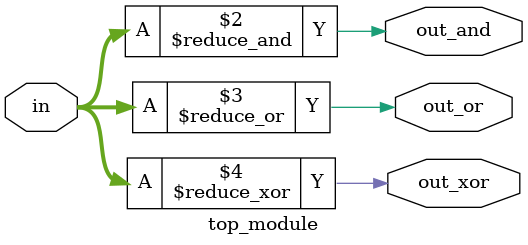
<source format=sv>
module top_module (
    input [99:0] in,
    output reg out_and,
    output reg out_or,
    output reg out_xor
);

always @(*) begin
    // Perform AND operation on all bits of the input vector
    out_and = &in;

    // Perform OR operation on all bits of the input vector
    out_or = |in;

    // Perform XOR operation on all bits of the input vector
    out_xor = ^in;
end

endmodule

</source>
